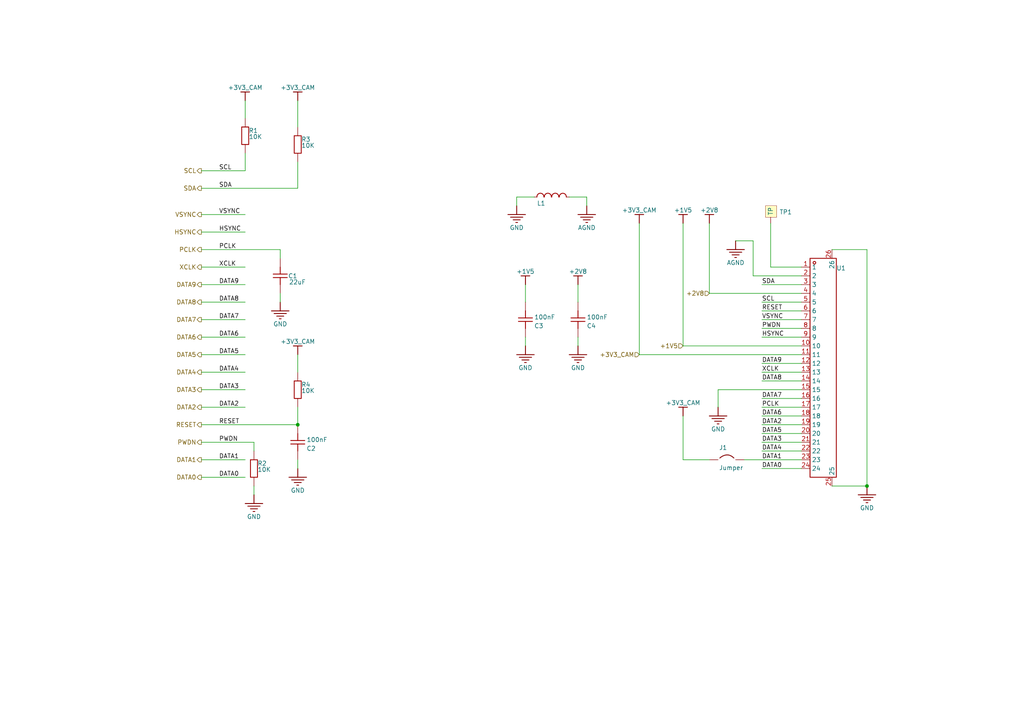
<source format=kicad_sch>
(kicad_sch (version 20231120) (generator "eeschema") (generator_version "8.0")
  (paper "A4")
  (lib_symbols
    (symbol "Camera-altium-import:+1V5_BAR" (power)
      (property "Reference" "#PWR" (at 0 0 0))
      (property "Value" "+1V5" (at 0 3.81 0))
      (symbol "+1V5_BAR_0_0"
        (polyline (pts (xy -1.27 -2.54) (xy 1.27 -2.54)) (stroke (width 0.254)))
        (polyline (pts (xy 0 0) (xy 0 -2.54)) (stroke (width 0.254)))
        (pin power_in line (at 0 0 0) (length 0) hide (name "+1V5") (number ""))
      )
    )
    (symbol "Camera-altium-import:+2V8_BAR" (power)
      (property "Reference" "#PWR" (at 0 0 0))
      (property "Value" "+2V8" (at 0 3.81 0))
      (symbol "+2V8_BAR_0_0"
        (polyline (pts (xy -1.27 -2.54) (xy 1.27 -2.54)) (stroke (width 0.254)))
        (polyline (pts (xy 0 0) (xy 0 -2.54)) (stroke (width 0.254)))
        (pin power_in line (at 0 0 0) (length 0) hide (name "+2V8") (number ""))
      )
    )
    (symbol "Camera-altium-import:+3V3_CAM_BAR" (power)
      (property "Reference" "#PWR" (at 0 0 0))
      (property "Value" "+3V3_CAM" (at 0 3.81 0))
      (symbol "+3V3_CAM_BAR_0_0"
        (polyline (pts (xy -1.27 -2.54) (xy 1.27 -2.54)) (stroke (width 0.254)))
        (polyline (pts (xy 0 0) (xy 0 -2.54)) (stroke (width 0.254)))
        (pin power_in line (at 0 0 0) (length 0) hide (name "+3V3_CAM") (number ""))
      )
    )
    (symbol "Camera-altium-import:AGND_POWER_GROUND" (power)
      (property "Reference" "#PWR" (at 0 0 0))
      (property "Value" "AGND" (at 0 6.35 0))
      (symbol "AGND_POWER_GROUND_0_0"
        (polyline (pts (xy -2.54 -2.54) (xy 2.54 -2.54)) (stroke (width 0.254)))
        (polyline (pts (xy -1.778 -3.302) (xy 1.778 -3.302)) (stroke (width 0.254)))
        (polyline (pts (xy -1.016 -4.064) (xy 1.016 -4.064)) (stroke (width 0.254)))
        (polyline (pts (xy -0.254 -4.826) (xy 0.254 -4.826)) (stroke (width 0.254)))
        (polyline (pts (xy 0 0) (xy 0 -2.54)) (stroke (width 0.254)))
        (pin power_in line (at 0 0 0) (length 0) hide (name "AGND") (number ""))
      )
    )
    (symbol "Camera-altium-import:GND_POWER_GROUND" (power)
      (property "Reference" "#PWR" (at 0 0 0))
      (property "Value" "GND" (at 0 6.35 0))
      (symbol "GND_POWER_GROUND_0_0"
        (polyline (pts (xy -2.54 -2.54) (xy 2.54 -2.54)) (stroke (width 0.254)))
        (polyline (pts (xy -1.778 -3.302) (xy 1.778 -3.302)) (stroke (width 0.254)))
        (polyline (pts (xy -1.016 -4.064) (xy 1.016 -4.064)) (stroke (width 0.254)))
        (polyline (pts (xy -0.254 -4.826) (xy 0.254 -4.826)) (stroke (width 0.254)))
        (polyline (pts (xy 0 0) (xy 0 -2.54)) (stroke (width 0.254)))
        (pin power_in line (at 0 0 0) (length 0) hide (name "GND") (number ""))
      )
    )
    (symbol "Camera-altium-import:root_0_100nF SMD Ceramic 201"
      (symbol "root_0_100nF SMD Ceramic 201_1_0"
        (polyline (pts (xy -2.032 0.508) (xy 2.032 0.508)) (stroke (width 0.254) (color 160 0 0 1)))
        (polyline (pts (xy 0 -0.508) (xy 0 -2.54)) (stroke (width 0.254) (color 160 0 0 1)))
        (polyline (pts (xy 0 2.54) (xy 0 0.508)) (stroke (width 0.254) (color 160 0 0 1)))
        (polyline (pts (xy 2.032 -0.508) (xy -2.032 -0.508)) (stroke (width 0.254) (color 160 0 0 1)))
        (pin passive line (at 0 -5.08 90) (length 2.54) (name "1") (number "1"))
        (pin passive line (at 0 5.08 270) (length 2.54) (name "2") (number "2"))
      )
    )
    (symbol "Camera-altium-import:root_0_BLM15AG601SN1D"
      (symbol "root_0_BLM15AG601SN1D_1_0"
        (arc (start -2.2651 0.0123) (mid -3.2747 1.106) (end -4.2871 0.0149) (stroke (width 0.254) (color 160 0 0 1)))
        (arc (start -0.112 0.0146) (mid -1.123 1.107) (end -2.134 0.0146) (stroke (width 0.254) (color 160 0 0 1)))
        (arc (start 2.04 0.0146) (mid 1.029 1.107) (end 0.018 0.0146) (stroke (width 0.254) (color 160 0 0 1)))
        (arc (start 4.2339 0.0133) (mid 3.2233 1.093) (end 2.2099 0.0158) (stroke (width 0.254) (color 160 0 0 1)))
        (pin passive line (at -5.08 0.001 0) (length 0.762) (name "1") (number "1"))
        (pin passive line (at 5.08 0.001 180) (length 0.762) (name "2") (number "2"))
      )
    )
    (symbol "Camera-altium-import:root_0_Camera Connector"
      (symbol "root_0_Camera Connector_1_0"
        (rectangle (start -2.54 31.75) (end 5.08 -31.75) (stroke (width 0.254) (color 160 0 0 1)))
        (circle (center -1.27 30.48) (radius 0.381) (stroke (width 0.254) (color 160 0 0 1)))
        (pin passive line (at -5.08 29.21 0) (length 2.54) (name "1") (number "1"))
        (pin passive line (at -5.08 6.35 0) (length 2.54) (name "10") (number "10"))
        (pin passive line (at -5.08 3.81 0) (length 2.54) (name "11") (number "11"))
        (pin passive line (at -5.08 1.27 0) (length 2.54) (name "12") (number "12"))
        (pin passive line (at -5.08 -1.27 0) (length 2.54) (name "13") (number "13"))
        (pin passive line (at -5.08 -3.81 0) (length 2.54) (name "14") (number "14"))
        (pin passive line (at -5.08 -6.35 0) (length 2.54) (name "15") (number "15"))
        (pin passive line (at -5.08 -8.89 0) (length 2.54) (name "16") (number "16"))
        (pin passive line (at -5.08 -11.43 0) (length 2.54) (name "17") (number "17"))
        (pin passive line (at -5.08 -13.97 0) (length 2.54) (name "18") (number "18"))
        (pin passive line (at -5.08 -16.51 0) (length 2.54) (name "19") (number "19"))
        (pin passive line (at -5.08 26.67 0) (length 2.54) (name "2") (number "2"))
        (pin passive line (at -5.08 -19.05 0) (length 2.54) (name "20") (number "20"))
        (pin passive line (at -5.08 -21.59 0) (length 2.54) (name "21") (number "21"))
        (pin passive line (at -5.08 -24.13 0) (length 2.54) (name "22") (number "22"))
        (pin passive line (at -5.08 -26.67 0) (length 2.54) (name "23") (number "23"))
        (pin passive line (at -5.08 -29.21 0) (length 2.54) (name "24") (number "24"))
        (pin passive line (at 3.81 -34.29 90) (length 2.54) (name "25") (number "25"))
        (pin passive line (at 3.81 34.29 270) (length 2.54) (name "26") (number "26"))
        (pin passive line (at -5.08 24.13 0) (length 2.54) (name "3") (number "3"))
        (pin passive line (at -5.08 21.59 0) (length 2.54) (name "4") (number "4"))
        (pin passive line (at -5.08 19.05 0) (length 2.54) (name "5") (number "5"))
        (pin passive line (at -5.08 16.51 0) (length 2.54) (name "6") (number "6"))
        (pin passive line (at -5.08 13.97 0) (length 2.54) (name "7") (number "7"))
        (pin passive line (at -5.08 11.43 0) (length 2.54) (name "8") (number "8"))
        (pin passive line (at -5.08 8.89 0) (length 2.54) (name "9") (number "9"))
      )
    )
    (symbol "Camera-altium-import:root_0_JUMPER SOLDER BRIDGE"
      (symbol "root_0_JUMPER SOLDER BRIDGE_1_0"
        (bezier (pts (xy -2.032 -0.191) (xy -2.032 -0.191) (xy 0 1.841) (xy 2.032 -0.191)) (stroke (width 0.254)))
        (pin passive line (at -5.08 -0.699 0) (length 2.54) (name "1") (number "1"))
        (pin passive line (at 5.08 -0.699 180) (length 2.54) (name "2") (number "2"))
      )
    )
    (symbol "Camera-altium-import:root_0_TEST POINT"
      (symbol "root_0_TEST POINT_1_0"
        (rectangle (start 4.318 3.302) (end 1.016 0) (stroke (width 0.0254) (color 128 0 0 1)) (fill (type background)))
        (pin passive line (at 2.54 -1.778 90) (length 1.778) (name "TP") (number "1"))
      )
    )
    (symbol "Camera-altium-import:root_1_10K SMD Ceramic 201"
      (symbol "root_1_10K SMD Ceramic 201_1_0"
        (rectangle (start -1.016 2.54) (end 1.016 -2.54) (stroke (width 0.254) (color 160 0 0 1)))
        (pin passive line (at 0 -5.08 90) (length 2.54) (name "1") (number "1"))
        (pin passive line (at 0 5.08 270) (length 2.54) (name "2") (number "2"))
      )
    )
    (symbol "Camera-altium-import:root_1_22uF SMD Ceramic 1210"
      (symbol "root_1_22uF SMD Ceramic 1210_1_0"
        (polyline (pts (xy -2.032 0.508) (xy 2.032 0.508)) (stroke (width 0.254) (color 160 0 0 1)))
        (polyline (pts (xy 0 -0.508) (xy 0 -2.54)) (stroke (width 0.254) (color 160 0 0 1)))
        (polyline (pts (xy 0 2.54) (xy 0 0.508)) (stroke (width 0.254) (color 160 0 0 1)))
        (polyline (pts (xy 2.032 -0.508) (xy -2.032 -0.508)) (stroke (width 0.254) (color 160 0 0 1)))
        (pin passive line (at 0 -5.08 90) (length 2.54) (name "1") (number "1"))
        (pin passive line (at 0 5.08 270) (length 2.54) (name "2") (number "2"))
      )
    )
  )
  (junction (at 251.46 140.97))
  (junction (at 86.36 123.19))
  (wire (pts (xy 232.41 77.47) (xy 223.52 77.47)))
  (wire (pts (xy 58.42 49.53) (xy 71.12 49.53)))
  (wire (pts (xy 58.42 97.79) (xy 71.12 97.79)))
  (wire (pts (xy 223.52 77.47) (xy 223.52 64.77)))
  (wire (pts (xy 251.46 140.97) (xy 241.3 140.97)))
  (wire (pts (xy 58.42 128.27) (xy 73.66 128.27)))
  (wire (pts (xy 86.36 54.61) (xy 86.36 46.99)))
  (wire (pts (xy 73.66 128.27) (xy 73.66 130.81)))
  (wire (pts (xy 232.41 97.79) (xy 220.98 97.79)))
  (wire (pts (xy 232.41 123.19) (xy 220.98 123.19)))
  (wire (pts (xy 232.41 95.25) (xy 220.98 95.25)))
  (wire (pts (xy 58.42 118.11) (xy 71.12 118.11)))
  (wire (pts (xy 232.41 105.41) (xy 220.98 105.41)))
  (wire (pts (xy 232.41 90.17) (xy 220.98 90.17)))
  (wire (pts (xy 86.36 135.89) (xy 86.36 133.35)))
  (wire (pts (xy 232.41 102.87) (xy 185.42 102.87)))
  (wire (pts (xy 71.12 29.21) (xy 71.12 34.29)))
  (wire (pts (xy 71.12 49.53) (xy 71.12 44.45)))
  (wire (pts (xy 232.41 128.27) (xy 220.98 128.27)))
  (wire (pts (xy 232.41 107.95) (xy 220.98 107.95)))
  (wire (pts (xy 152.4 82.55) (xy 152.4 87.63)))
  (wire (pts (xy 205.74 85.09) (xy 205.74 64.77)))
  (wire (pts (xy 218.44 69.85) (xy 213.36 69.85)))
  (wire (pts (xy 58.42 133.35) (xy 71.12 133.35)))
  (wire (pts (xy 232.41 120.65) (xy 220.98 120.65)))
  (wire (pts (xy 86.36 123.19) (xy 86.36 118.11)))
  (wire (pts (xy 58.42 62.23) (xy 71.12 62.23)))
  (wire (pts (xy 241.3 72.39) (xy 251.46 72.39)))
  (wire (pts (xy 58.42 123.19) (xy 86.36 123.19)))
  (wire (pts (xy 58.42 138.43) (xy 71.12 138.43)))
  (wire (pts (xy 58.42 102.87) (xy 71.12 102.87)))
  (wire (pts (xy 198.12 100.33) (xy 198.12 64.77)))
  (wire (pts (xy 185.42 102.87) (xy 185.42 64.77)))
  (wire (pts (xy 58.42 67.31) (xy 71.12 67.31)))
  (wire (pts (xy 58.42 92.71) (xy 71.12 92.71)))
  (wire (pts (xy 58.42 72.39) (xy 81.28 72.39)))
  (wire (pts (xy 81.28 72.39) (xy 81.28 74.93)))
  (wire (pts (xy 198.12 120.65) (xy 198.12 133.35)))
  (wire (pts (xy 232.41 115.57) (xy 220.98 115.57)))
  (wire (pts (xy 167.64 82.55) (xy 167.64 87.63)))
  (wire (pts (xy 58.42 77.47) (xy 71.12 77.47)))
  (wire (pts (xy 208.28 113.03) (xy 208.28 118.11)))
  (wire (pts (xy 86.36 102.87) (xy 86.36 107.95)))
  (wire (pts (xy 232.41 110.49) (xy 220.98 110.49)))
  (wire (pts (xy 251.46 72.39) (xy 251.46 140.97)))
  (wire (pts (xy 232.41 92.71) (xy 220.98 92.71)))
  (wire (pts (xy 170.18 57.15) (xy 170.18 59.69)))
  (wire (pts (xy 232.41 100.33) (xy 198.12 100.33)))
  (wire (pts (xy 167.64 97.79) (xy 167.64 100.33)))
  (wire (pts (xy 58.42 54.61) (xy 86.36 54.61)))
  (wire (pts (xy 232.41 118.11) (xy 220.98 118.11)))
  (wire (pts (xy 232.41 80.01) (xy 218.44 80.01)))
  (wire (pts (xy 58.42 82.55) (xy 71.12 82.55)))
  (wire (pts (xy 232.41 82.55) (xy 220.98 82.55)))
  (wire (pts (xy 165.1 57.15) (xy 170.18 57.15)))
  (wire (pts (xy 81.28 85.09) (xy 81.28 87.63)))
  (wire (pts (xy 218.44 80.01) (xy 218.44 69.85)))
  (wire (pts (xy 232.41 113.03) (xy 208.28 113.03)))
  (wire (pts (xy 232.41 85.09) (xy 205.74 85.09)))
  (wire (pts (xy 152.4 97.79) (xy 152.4 100.33)))
  (wire (pts (xy 73.66 140.97) (xy 73.66 143.51)))
  (wire (pts (xy 58.42 107.95) (xy 71.12 107.95)))
  (wire (pts (xy 154.94 57.15) (xy 149.86 57.15)))
  (wire (pts (xy 232.41 87.63) (xy 220.98 87.63)))
  (wire (pts (xy 232.41 125.73) (xy 220.98 125.73)))
  (wire (pts (xy 232.41 133.35) (xy 215.9 133.35)))
  (wire (pts (xy 58.42 87.63) (xy 71.12 87.63)))
  (wire (pts (xy 232.41 130.81) (xy 220.98 130.81)))
  (wire (pts (xy 149.86 57.15) (xy 149.86 59.69)))
  (wire (pts (xy 58.42 113.03) (xy 71.12 113.03)))
  (wire (pts (xy 232.41 135.89) (xy 220.98 135.89)))
  (wire (pts (xy 86.36 29.21) (xy 86.36 36.83)))
  (wire (pts (xy 198.12 133.35) (xy 205.74 133.35)))
  (label "DATA4" (at 63.5 107.95 0))
  (label "DATA3" (at 63.5 113.03 0))
  (label "DATA1" (at 63.5 133.35 0))
  (label "DATA7" (at 63.5 92.71 0))
  (label "VSYNC" (at 220.98 92.71 0))
  (label "RESET" (at 220.98 90.17 0))
  (label "DATA6" (at 63.5 97.79 0))
  (label "DATA8" (at 220.98 110.49 0))
  (label "DATA4" (at 220.98 130.81 0))
  (label "DATA9" (at 220.98 105.41 0))
  (label "SCL" (at 63.5 49.53 0))
  (label "PWDN" (at 63.5 128.27 0))
  (label "DATA5" (at 220.98 125.73 0))
  (label "XCLK" (at 220.98 107.95 0))
  (label "DATA5" (at 63.5 102.87 0))
  (label "DATA3" (at 220.98 128.27 0))
  (label "VSYNC" (at 63.5 62.23 0))
  (label "DATA6" (at 220.98 120.65 0))
  (label "DATA0" (at 220.98 135.89 0))
  (label "DATA1" (at 220.98 133.35 0))
  (label "DATA7" (at 220.98 115.57 0))
  (label "HSYNC" (at 220.98 97.79 0))
  (label "SDA" (at 63.5 54.61 0))
  (label "DATA8" (at 63.5 87.63 0))
  (label "HSYNC" (at 63.5 67.31 0))
  (label "DATA2" (at 220.98 123.19 0))
  (label "PCLK" (at 220.98 118.11 0))
  (label "DATA0" (at 63.5 138.43 0))
  (label "SDA" (at 220.98 82.55 0))
  (label "RESET" (at 63.5 123.19 0))
  (label "PCLK" (at 63.5 72.39 0))
  (label "SCL" (at 220.98 87.63 0))
  (label "XCLK" (at 63.5 77.47 0))
  (label "DATA9" (at 63.5 82.55 0))
  (label "PWDN" (at 220.98 95.25 0))
  (label "DATA2" (at 63.5 118.11 0))
  (hierarchical_label "SDA" (shape output) (at 58.42 54.61 180))
  (hierarchical_label "HSYNC" (shape output) (at 58.42 67.31 180))
  (hierarchical_label "+2V8" (shape input) (at 205.74 85.09 180))
  (hierarchical_label "+3V3_CAM" (shape input) (at 185.42 102.87 180))
  (hierarchical_label "DATA1" (shape output) (at 58.42 133.35 180))
  (hierarchical_label "DATA2" (shape output) (at 58.42 118.11 180))
  (hierarchical_label "DATA8" (shape output) (at 58.42 87.63 180))
  (hierarchical_label "PWDN" (shape output) (at 58.42 128.27 180))
  (hierarchical_label "PCLK" (shape output) (at 58.42 72.39 180))
  (hierarchical_label "DATA6" (shape output) (at 58.42 97.79 180))
  (hierarchical_label "DATA3" (shape output) (at 58.42 113.03 180))
  (hierarchical_label "DATA5" (shape output) (at 58.42 102.87 180))
  (hierarchical_label "DATA0" (shape output) (at 58.42 138.43 180))
  (hierarchical_label "VSYNC" (shape output) (at 58.42 62.23 180))
  (hierarchical_label "DATA7" (shape output) (at 58.42 92.71 180))
  (hierarchical_label "DATA4" (shape output) (at 58.42 107.95 180))
  (hierarchical_label "RESET" (shape output) (at 58.42 123.19 180))
  (hierarchical_label "DATA9" (shape output) (at 58.42 82.55 180))
  (hierarchical_label "+1V5" (shape input) (at 198.12 100.33 180))
  (hierarchical_label "XCLK" (shape output) (at 58.42 77.47 180))
  (hierarchical_label "SCL" (shape output) (at 58.42 49.53 180))
  (symbol (lib_id "Camera-altium-import:+3V3_CAM_BAR") (at 198.12 120.65 180) (unit 1)
    (property "Reference" "#PWR015" (effects (hide yes)))
    (property "Value" "+3V3_CAM" (at 198.12 116.84 0))
  )
  (symbol (lib_id "Camera-altium-import:root_1_10K SMD Ceramic 201") (at 86.36 41.91 0) (unit 1)
    (property "Reference" "R3" (at 87.376 41.148 0) (effects (justify left bottom)))
    (property "Value" "10K" (at 87.376 42.926 0) (effects (justify left bottom)))
    (property "Footprint" "10K SMD Ceramic 201" (effects (hide yes)))
    (property "Description" "50mW Thick Film Resistors 25V ±1% ±200ppm/℃ 10kΩ 0201 Chip Resistor - Surface Mount ROHS" (effects (hide yes)))
    (property "SYMBOL" "AF0201FR-0710KL" (effects (hide yes)))
    (property "DEVICE" "AF0201FR-0710KL" (effects (hide yes)))
    (property "LCSC PART NAME" "厚膜电阻 10kΩ ±1% 50mW" (effects (hide yes)))
    (property "SUPPLIER PART" "C143978" (effects (hide yes)))
    (property "MANUFACTURER" "YAGEO(国巨)" (effects (hide yes)))
    (property "MANUFACTURER PART" "AF0201FR-0710KL" (effects (hide yes)))
    (property "SUPPLIER FOOTPRINT" "0201" (effects (hide yes)))
    (property "JLCPCB PART CLASS" "Extended Part" (effects (hide yes)))
    (property "DATASHEET" "https://atta.szlcsc.com/upload/public/pdf/source/20180927/C229861_4ABDC471507C1ED6AFB4BA66AFC8620A.pdf" (effects (hide yes)))
    (property "SUPPLIER" "LCSC" (effects (hide yes)))
    (property "ADD INTO BOM" "yes" (effects (hide yes)))
    (property "CONVERT TO PCB" "yes" (effects (hide yes)))
    (property "TYPE" "Thick Film Resistors" (effects (hide yes)))
    (property "ALTIUM_VALUE" "10kΩ" (effects (hide yes)))
    (property "TOLERANCE" "±1%" (effects (hide yes)))
    (property "TEMPERATURE COEFFICIENT" "±200ppm/℃" (effects (hide yes)))
    (property "OPERATING TEMPERATURE RANGE" "-55℃~+125℃" (effects (hide yes)))
  )
  (symbol (lib_id "Camera-altium-import:GND_POWER_GROUND") (at 86.36 135.89 0) (unit 1)
    (property "Reference" "#PWR06" (effects (hide yes)))
    (property "Value" "GND" (at 86.36 142.24 0))
  )
  (symbol (lib_id "Camera-altium-import:root_1_10K SMD Ceramic 201") (at 71.12 39.37 0) (unit 1)
    (property "Reference" "R1" (at 72.136 38.608 0) (effects (justify left bottom)))
    (property "Value" "10K" (at 72.136 40.386 0) (effects (justify left bottom)))
    (property "Footprint" "10K SMD Ceramic 201" (effects (hide yes)))
    (property "Description" "50mW Thick Film Resistors 25V ±1% ±200ppm/℃ 10kΩ 0201 Chip Resistor - Surface Mount ROHS" (effects (hide yes)))
    (property "SYMBOL" "AF0201FR-0710KL" (effects (hide yes)))
    (property "DEVICE" "AF0201FR-0710KL" (effects (hide yes)))
    (property "LCSC PART NAME" "厚膜电阻 10kΩ ±1% 50mW" (effects (hide yes)))
    (property "SUPPLIER PART" "C143978" (effects (hide yes)))
    (property "MANUFACTURER" "YAGEO(国巨)" (effects (hide yes)))
    (property "MANUFACTURER PART" "AF0201FR-0710KL" (effects (hide yes)))
    (property "SUPPLIER FOOTPRINT" "0201" (effects (hide yes)))
    (property "JLCPCB PART CLASS" "Extended Part" (effects (hide yes)))
    (property "DATASHEET" "https://atta.szlcsc.com/upload/public/pdf/source/20180927/C229861_4ABDC471507C1ED6AFB4BA66AFC8620A.pdf" (effects (hide yes)))
    (property "SUPPLIER" "LCSC" (effects (hide yes)))
    (property "ADD INTO BOM" "yes" (effects (hide yes)))
    (property "CONVERT TO PCB" "yes" (effects (hide yes)))
    (property "TYPE" "Thick Film Resistors" (effects (hide yes)))
    (property "ALTIUM_VALUE" "10kΩ" (effects (hide yes)))
    (property "TOLERANCE" "±1%" (effects (hide yes)))
    (property "TEMPERATURE COEFFICIENT" "±200ppm/℃" (effects (hide yes)))
    (property "OPERATING TEMPERATURE RANGE" "-55℃~+125℃" (effects (hide yes)))
  )
  (symbol (lib_id "Camera-altium-import:root_0_Camera Connector") (at 237.49 106.68 0) (unit 1)
    (property "Reference" "U1" (at 242.57 78.486 0) (effects (justify left bottom)))
    (property "Value" "${MANUFACTURER PART}" (effects (hide yes)))
    (property "Footprint" "Camera Connector" (effects (hide yes)))
    (property "Description" "Dual-sided contacts / top and bottom connection -25℃~+85℃ Flip type 0.5mm Horizontal attachment 24P SMD" (effects (hide yes)))
    (property "SYMBOL" "FPC-05FB-24PH20" (effects (hide yes)))
    (property "DEVICE" "FPC-05FB-24PH20" (effects (hide yes)))
    (property "LCSC PART NAME" "间距:0.5mm P数:24P 翻盖式 双侧触点/上下接" (effects (hide yes)))
    (property "SUPPLIER PART" "C2856831" (effects (hide yes)))
    (property "MANUFACTURER" "XUNPU(讯普)" (effects (hide yes)))
    (property "MANUFACTURER PART" "FPC-05FB-24PH20" (effects (hide yes)))
    (property "SUPPLIER FOOTPRINT" "SMD,P=0.5mm,卧贴" (effects (hide yes)))
    (property "JLCPCB PART CLASS" "Extended Part" (effects (hide yes)))
    (property "DATASHEET" "https://atta.szlcsc.com/upload/public/pdf/source/20210922/C2856831_717985F95873A81D5C0B7E3F2E5E5327.pdf" (effects (hide yes)))
    (property "SUPPLIER" "LCSC" (effects (hide yes)))
    (property "ADD INTO BOM" "yes" (effects (hide yes)))
    (property "CONVERT TO PCB" "yes" (effects (hide yes)))
    (property "LOCKING FEATURE" "Clamshell" (effects (hide yes)))
    (property "CONTACT TYPE" "Double-sided contacts/up and down connection" (effects (hide yes)))
    (property "NUMBER OF CONTACTS" "24P" (effects (hide yes)))
    (property "PITCH" "0.5mm" (effects (hide yes)))
    (property "MOUNTING TYPE" "卧贴" (effects (hide yes)))
    (property "FFC, FCB THICKNESS" "0.3mm" (effects (hide yes)))
    (property "HEIGHT ABOVE BOARD" "2mm" (effects (hide yes)))
    (property "OPERATING TEMPERATURE RANGE" "-25℃~+85℃" (effects (hide yes)))
  )
  (symbol (lib_id "Camera-altium-import:root_0_100nF SMD Ceramic 201") (at 86.36 128.27 0) (unit 1)
    (property "Reference" "C2" (at 88.9 130.81 0) (effects (justify left bottom)))
    (property "Value" "100nF" (at 88.9 128.27 0) (effects (justify left bottom)))
    (property "Footprint" "100nF SMD Ceramic 201" (effects (hide yes)))
    (property "Description" "10V 100nF X5R ±10% 0201 Multilayer Ceramic Capacitors MLCC - SMD/SMT ROHS" (effects (hide yes)))
    (property "SYMBOL" "GRM033R61A104KE84D" (effects (hide yes)))
    (property "DEVICE" "GRM033R61A104KE84D" (effects (hide yes)))
    (property "LCSC PART NAME" "100nF ±10% 10V" (effects (hide yes)))
    (property "SUPPLIER PART" "C161466" (effects (hide yes)))
    (property "MANUFACTURER" "muRata(村田)" (effects (hide yes)))
    (property "MANUFACTURER PART" "GRM033R61A104KE84D" (effects (hide yes)))
    (property "SUPPLIER FOOTPRINT" "0201" (effects (hide yes)))
    (property "JLCPCB PART CLASS" "Extended Part" (effects (hide yes)))
    (property "DATASHEET" "https://atta.szlcsc.com/upload/public/pdf/source/20181011/C161466_67687620A192BB2B75972275444AF1E7.pdf" (effects (hide yes)))
    (property "SUPPLIER" "LCSC" (effects (hide yes)))
    (property "ADD INTO BOM" "yes" (effects (hide yes)))
    (property "CONVERT TO PCB" "yes" (effects (hide yes)))
    (property "ALTIUM_VALUE" "100nF" (effects (hide yes)))
    (property "TOLERANCE" "±10%" (effects (hide yes)))
  )
  (symbol (lib_id "Camera-altium-import:AGND_POWER_GROUND") (at 213.36 69.85 0) (unit 1)
    (property "Reference" "#PWR018" (effects (hide yes)))
    (property "Value" "AGND" (at 213.36 76.2 0))
  )
  (symbol (lib_id "Camera-altium-import:GND_POWER_GROUND") (at 208.28 118.11 0) (unit 1)
    (property "Reference" "#PWR017" (effects (hide yes)))
    (property "Value" "GND" (at 208.28 124.46 0))
  )
  (symbol (lib_id "Camera-altium-import:GND_POWER_GROUND") (at 152.4 100.33 0) (unit 1)
    (property "Reference" "#PWR09" (effects (hide yes)))
    (property "Value" "GND" (at 152.4 106.68 0))
  )
  (symbol (lib_id "Camera-altium-import:root_0_BLM15AG601SN1D") (at 160.02 57.151 0) (unit 1)
    (property "Reference" "L1" (at 155.73 59.69 0) (effects (justify left bottom)))
    (property "Value" "BLM15AG601SN1D" (effects (hide yes)))
    (property "Footprint" "Ferrite" (effects (hide yes)))
    (property "Description" "520mΩ ±25% 600Ω@100MHz 0402 Ferrite Beads ROHS" (effects (hide yes)))
    (property "SYMBOL" "BLM15AG601SN1D" (effects (hide yes)))
    (property "DEVICE" "BLM15AG601SN1D" (effects (hide yes)))
    (property "LCSC PART NAME" "单路 0402磁珠 阻抗600Ω@100MHz" (effects (hide yes)))
    (property "SUPPLIER PART" "C76884" (effects (hide yes)))
    (property "MANUFACTURER" "muRata(村田)" (effects (hide yes)))
    (property "MANUFACTURER PART" "BLM15AG601SN1D" (effects (hide yes)))
    (property "SUPPLIER FOOTPRINT" "0402" (effects (hide yes)))
    (property "JLCPCB PART CLASS" "Extended Part" (effects (hide yes)))
    (property "DATASHEET" "https://atta.szlcsc.com/upload/public/pdf/source/20181120/C333978_3E581FB55966932B05020139ABDE8E01.pdf" (effects (hide yes)))
    (property "SUPPLIER" "LCSC" (effects (hide yes)))
    (property "ADD INTO BOM" "yes" (effects (hide yes)))
    (property "CONVERT TO PCB" "yes" (effects (hide yes)))
    (property "IMPEDANCE @ FREQUENCY" "600Ω@100MHz" (effects (hide yes)))
    (property "TOLERANCE" "±25%" (effects (hide yes)))
    (property "DC RESISTANCE" "520mΩ" (effects (hide yes)))
    (property "CURRENT RATING" "300mA" (effects (hide yes)))
    (property "CIRCUITS" "1" (effects (hide yes)))
  )
  (symbol (lib_id "Camera-altium-import:GND_POWER_GROUND") (at 149.86 59.69 0) (unit 1)
    (property "Reference" "#PWR07" (effects (hide yes)))
    (property "Value" "GND" (at 149.86 66.04 0))
  )
  (symbol (lib_id "Camera-altium-import:root_0_JUMPER SOLDER BRIDGE") (at 210.82 132.651 0) (unit 1)
    (property "Reference" "J1" (at 208.534 130.556 0) (effects (justify left bottom)))
    (property "Value" "Jumper" (at 208.534 136.398 0) (effects (justify left bottom)))
    (property "Footprint" "PAD-JUMPER-2" (effects (hide yes)))
    (property "Description" "SMD JUMPER" (effects (hide yes)))
  )
  (symbol (lib_id "Camera-altium-import:+1V5_BAR") (at 198.12 64.77 180) (unit 1)
    (property "Reference" "#PWR014" (effects (hide yes)))
    (property "Value" "+1V5" (at 198.12 60.96 0))
  )
  (symbol (lib_id "Camera-altium-import:+3V3_CAM_BAR") (at 185.42 64.77 180) (unit 1)
    (property "Reference" "#PWR013" (effects (hide yes)))
    (property "Value" "+3V3_CAM" (at 185.42 60.96 0))
  )
  (symbol (lib_id "Camera-altium-import:AGND_POWER_GROUND") (at 170.18 59.69 0) (unit 1)
    (property "Reference" "#PWR012" (effects (hide yes)))
    (property "Value" "AGND" (at 170.18 66.04 0))
  )
  (symbol (lib_id "Camera-altium-import:GND_POWER_GROUND") (at 251.46 140.97 0) (unit 1)
    (property "Reference" "#PWR019" (effects (hide yes)))
    (property "Value" "GND" (at 251.46 147.32 0))
  )
  (symbol (lib_id "Camera-altium-import:root_0_100nF SMD Ceramic 201") (at 152.4 92.71 0) (unit 1)
    (property "Reference" "C3" (at 154.94 95.25 0) (effects (justify left bottom)))
    (property "Value" "100nF" (at 154.94 92.71 0) (effects (justify left bottom)))
    (property "Footprint" "100nF SMD Ceramic 201" (effects (hide yes)))
    (property "Description" "10V 100nF X5R ±10% 0201 Multilayer Ceramic Capacitors MLCC - SMD/SMT ROHS" (effects (hide yes)))
    (property "SYMBOL" "GRM033R61A104KE84D" (effects (hide yes)))
    (property "DEVICE" "GRM033R61A104KE84D" (effects (hide yes)))
    (property "LCSC PART NAME" "100nF ±10% 10V" (effects (hide yes)))
    (property "SUPPLIER PART" "C161466" (effects (hide yes)))
    (property "MANUFACTURER" "muRata(村田)" (effects (hide yes)))
    (property "MANUFACTURER PART" "GRM033R61A104KE84D" (effects (hide yes)))
    (property "SUPPLIER FOOTPRINT" "0201" (effects (hide yes)))
    (property "JLCPCB PART CLASS" "Extended Part" (effects (hide yes)))
    (property "DATASHEET" "https://atta.szlcsc.com/upload/public/pdf/source/20181011/C161466_67687620A192BB2B75972275444AF1E7.pdf" (effects (hide yes)))
    (property "SUPPLIER" "LCSC" (effects (hide yes)))
    (property "ADD INTO BOM" "yes" (effects (hide yes)))
    (property "CONVERT TO PCB" "yes" (effects (hide yes)))
    (property "ALTIUM_VALUE" "100nF" (effects (hide yes)))
    (property "TOLERANCE" "±10%" (effects (hide yes)))
  )
  (symbol (lib_id "Camera-altium-import:root_1_10K SMD Ceramic 201") (at 73.66 135.89 0) (unit 1)
    (property "Reference" "R2" (at 74.676 135.128 0) (effects (justify left bottom)))
    (property "Value" "10K" (at 74.676 136.906 0) (effects (justify left bottom)))
    (property "Footprint" "10K SMD Ceramic 201" (effects (hide yes)))
    (property "Description" "50mW Thick Film Resistors 25V ±1% ±200ppm/℃ 10kΩ 0201 Chip Resistor - Surface Mount ROHS" (effects (hide yes)))
    (property "SYMBOL" "AF0201FR-0710KL" (effects (hide yes)))
    (property "DEVICE" "AF0201FR-0710KL" (effects (hide yes)))
    (property "LCSC PART NAME" "厚膜电阻 10kΩ ±1% 50mW" (effects (hide yes)))
    (property "SUPPLIER PART" "C143978" (effects (hide yes)))
    (property "MANUFACTURER" "YAGEO(国巨)" (effects (hide yes)))
    (property "MANUFACTURER PART" "AF0201FR-0710KL" (effects (hide yes)))
    (property "SUPPLIER FOOTPRINT" "0201" (effects (hide yes)))
    (property "JLCPCB PART CLASS" "Extended Part" (effects (hide yes)))
    (property "DATASHEET" "https://atta.szlcsc.com/upload/public/pdf/source/20180927/C229861_4ABDC471507C1ED6AFB4BA66AFC8620A.pdf" (effects (hide yes)))
    (property "SUPPLIER" "LCSC" (effects (hide yes)))
    (property "ADD INTO BOM" "yes" (effects (hide yes)))
    (property "CONVERT TO PCB" "yes" (effects (hide yes)))
    (property "TYPE" "Thick Film Resistors" (effects (hide yes)))
    (property "ALTIUM_VALUE" "10kΩ" (effects (hide yes)))
    (property "TOLERANCE" "±1%" (effects (hide yes)))
    (property "TEMPERATURE COEFFICIENT" "±200ppm/℃" (effects (hide yes)))
    (property "OPERATING TEMPERATURE RANGE" "-55℃~+125℃" (effects (hide yes)))
  )
  (symbol (lib_id "Camera-altium-import:GND_POWER_GROUND") (at 81.28 87.63 0) (unit 1)
    (property "Reference" "#PWR03" (effects (hide yes)))
    (property "Value" "GND" (at 81.28 93.98 0))
  )
  (symbol (lib_id "Camera-altium-import:+2V8_BAR") (at 167.64 82.55 180) (unit 1)
    (property "Reference" "#PWR010" (effects (hide yes)))
    (property "Value" "+2V8" (at 167.64 78.74 0))
  )
  (symbol (lib_id "Camera-altium-import:+2V8_BAR") (at 205.74 64.77 180) (unit 1)
    (property "Reference" "#PWR016" (effects (hide yes)))
    (property "Value" "+2V8" (at 205.74 60.96 0))
  )
  (symbol (lib_id "Camera-altium-import:GND_POWER_GROUND") (at 167.64 100.33 0) (unit 1)
    (property "Reference" "#PWR011" (effects (hide yes)))
    (property "Value" "GND" (at 167.64 106.68 0))
  )
  (symbol (lib_id "Camera-altium-import:+1V5_BAR") (at 152.4 82.55 180) (unit 1)
    (property "Reference" "#PWR08" (effects (hide yes)))
    (property "Value" "+1V5" (at 152.4 78.74 0))
  )
  (symbol (lib_id "Camera-altium-import:root_1_10K SMD Ceramic 201") (at 86.36 113.03 0) (unit 1)
    (property "Reference" "R4" (at 87.376 112.268 0) (effects (justify left bottom)))
    (property "Value" "10K" (at 87.376 114.046 0) (effects (justify left bottom)))
    (property "Footprint" "10K SMD Ceramic 201" (effects (hide yes)))
    (property "Description" "50mW Thick Film Resistors 25V ±1% ±200ppm/℃ 10kΩ 0201 Chip Resistor - Surface Mount ROHS" (effects (hide yes)))
    (property "SYMBOL" "AF0201FR-0710KL" (effects (hide yes)))
    (property "DEVICE" "AF0201FR-0710KL" (effects (hide yes)))
    (property "LCSC PART NAME" "厚膜电阻 10kΩ ±1% 50mW" (effects (hide yes)))
    (property "SUPPLIER PART" "C143978" (effects (hide yes)))
    (property "MANUFACTURER" "YAGEO(国巨)" (effects (hide yes)))
    (property "MANUFACTURER PART" "AF0201FR-0710KL" (effects (hide yes)))
    (property "SUPPLIER FOOTPRINT" "0201" (effects (hide yes)))
    (property "JLCPCB PART CLASS" "Extended Part" (effects (hide yes)))
    (property "DATASHEET" "https://atta.szlcsc.com/upload/public/pdf/source/20180927/C229861_4ABDC471507C1ED6AFB4BA66AFC8620A.pdf" (effects (hide yes)))
    (property "SUPPLIER" "LCSC" (effects (hide yes)))
    (property "ADD INTO BOM" "yes" (effects (hide yes)))
    (property "CONVERT TO PCB" "yes" (effects (hide yes)))
    (property "TYPE" "Thick Film Resistors" (effects (hide yes)))
    (property "ALTIUM_VALUE" "10kΩ" (effects (hide yes)))
    (property "TOLERANCE" "±1%" (effects (hide yes)))
    (property "TEMPERATURE COEFFICIENT" "±200ppm/℃" (effects (hide yes)))
    (property "OPERATING TEMPERATURE RANGE" "-55℃~+125℃" (effects (hide yes)))
  )
  (symbol (lib_id "Camera-altium-import:+3V3_CAM_BAR") (at 86.36 29.21 180) (unit 1)
    (property "Reference" "#PWR04" (effects (hide yes)))
    (property "Value" "+3V3_CAM" (at 86.36 25.4 0))
  )
  (symbol (lib_id "Camera-altium-import:root_0_TEST POINT") (at 220.98 62.992 0) (unit 1)
    (property "Reference" "TP1" (at 226.06 62.23 0) (effects (justify left bottom)))
    (property "Value" "TEST POINT" (effects (hide yes)))
    (property "Footprint" "TESTPOINT" (effects (hide yes)))
  )
  (symbol (lib_id "Camera-altium-import:root_1_22uF SMD Ceramic 1210") (at 81.28 80.01 0) (unit 1)
    (property "Reference" "C1" (at 83.566 80.772 0) (effects (justify left bottom)))
    (property "Value" "22uF" (at 83.82 82.55 0) (effects (justify left bottom)))
    (property "Footprint" "22uF SMD Ceramic 1210" (effects (hide yes)))
    (property "Description" "10V 22uF X7R ±10% 1210 Multilayer Ceramic Capacitors MLCC - SMD/SMT ROHS" (effects (hide yes)))
    (property "SYMBOL" "C1210C226K8RACAUTO" (effects (hide yes)))
    (property "DEVICE" "C1210C226K8RACAUTO" (effects (hide yes)))
    (property "LCSC PART NAME" "22uF ±10% 10V" (effects (hide yes)))
    (property "SUPPLIER PART" "C561843" (effects (hide yes)))
    (property "MANUFACTURER" "KEMET(基美)" (effects (hide yes)))
    (property "MANUFACTURER PART" "C1210C226K8RACAUTO" (effects (hide yes)))
    (property "SUPPLIER FOOTPRINT" "1210" (effects (hide yes)))
    (property "JLCPCB PART CLASS" "Extended Part" (effects (hide yes)))
    (property "DATASHEET" "https://atta.szlcsc.com/upload/public/pdf/source/20200618/C561824_5D581F10239D32C68F7958F74E29471B.pdf" (effects (hide yes)))
    (property "SUPPLIER" "LCSC" (effects (hide yes)))
    (property "ADD INTO BOM" "yes" (effects (hide yes)))
    (property "CONVERT TO PCB" "yes" (effects (hide yes)))
    (property "ALTIUM_VALUE" "22uF" (effects (hide yes)))
    (property "TOLERANCE" "±10%" (effects (hide yes)))
  )
  (symbol (lib_id "Camera-altium-import:root_0_100nF SMD Ceramic 201") (at 167.64 92.71 0) (unit 1)
    (property "Reference" "C4" (at 170.18 95.25 0) (effects (justify left bottom)))
    (property "Value" "100nF" (at 170.18 92.71 0) (effects (justify left bottom)))
    (property "Footprint" "100nF SMD Ceramic 201" (effects (hide yes)))
    (property "Description" "10V 100nF X5R ±10% 0201 Multilayer Ceramic Capacitors MLCC - SMD/SMT ROHS" (effects (hide yes)))
    (property "SYMBOL" "GRM033R61A104KE84D" (effects (hide yes)))
    (property "DEVICE" "GRM033R61A104KE84D" (effects (hide yes)))
    (property "LCSC PART NAME" "100nF ±10% 10V" (effects (hide yes)))
    (property "SUPPLIER PART" "C161466" (effects (hide yes)))
    (property "MANUFACTURER" "muRata(村田)" (effects (hide yes)))
    (property "MANUFACTURER PART" "GRM033R61A104KE84D" (effects (hide yes)))
    (property "SUPPLIER FOOTPRINT" "0201" (effects (hide yes)))
    (property "JLCPCB PART CLASS" "Extended Part" (effects (hide yes)))
    (property "DATASHEET" "https://atta.szlcsc.com/upload/public/pdf/source/20181011/C161466_67687620A192BB2B75972275444AF1E7.pdf" (effects (hide yes)))
    (property "SUPPLIER" "LCSC" (effects (hide yes)))
    (property "ADD INTO BOM" "yes" (effects (hide yes)))
    (property "CONVERT TO PCB" "yes" (effects (hide yes)))
    (property "ALTIUM_VALUE" "100nF" (effects (hide yes)))
    (property "TOLERANCE" "±10%" (effects (hide yes)))
  )
  (symbol (lib_id "Camera-altium-import:GND_POWER_GROUND") (at 73.66 143.51 0) (unit 1)
    (property "Reference" "#PWR02" (effects (hide yes)))
    (property "Value" "GND" (at 73.66 149.86 0))
  )
  (symbol (lib_id "Camera-altium-import:+3V3_CAM_BAR") (at 71.12 29.21 180) (unit 1)
    (property "Reference" "#PWR01" (effects (hide yes)))
    (property "Value" "+3V3_CAM" (at 71.12 25.4 0))
  )
  (symbol (lib_id "Camera-altium-import:+3V3_CAM_BAR") (at 86.36 102.87 180) (unit 1)
    (property "Reference" "#PWR05" (effects (hide yes)))
    (property "Value" "+3V3_CAM" (at 86.36 99.06 0))
  )
)
</source>
